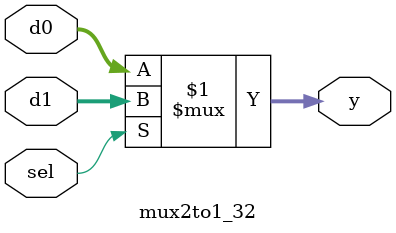
<source format=v>
`timescale 1ns / 1ps


module mux2to1_32(
    input  wire [31:0] d0,
    input  wire [31:0] d1,
    input  wire        sel,
    output wire [31:0] y
);
    assign y = sel ? d1 : d0;
endmodule

</source>
